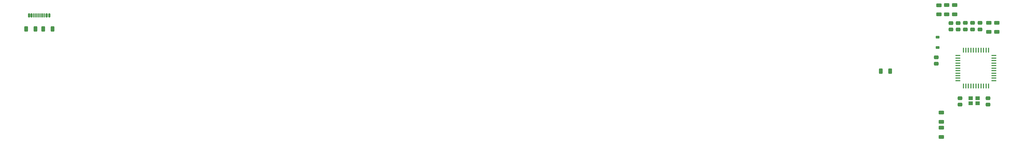
<source format=gbr>
%TF.GenerationSoftware,KiCad,Pcbnew,7.0.7*%
%TF.CreationDate,2023-10-13T15:10:29-04:00*%
%TF.ProjectId,Model A-1.0,4d6f6465-6c20-4412-9d31-2e302e6b6963,1.0*%
%TF.SameCoordinates,Original*%
%TF.FileFunction,Paste,Top*%
%TF.FilePolarity,Positive*%
%FSLAX46Y46*%
G04 Gerber Fmt 4.6, Leading zero omitted, Abs format (unit mm)*
G04 Created by KiCad (PCBNEW 7.0.7) date 2023-10-13 15:10:29*
%MOMM*%
%LPD*%
G01*
G04 APERTURE LIST*
G04 Aperture macros list*
%AMRoundRect*
0 Rectangle with rounded corners*
0 $1 Rounding radius*
0 $2 $3 $4 $5 $6 $7 $8 $9 X,Y pos of 4 corners*
0 Add a 4 corners polygon primitive as box body*
4,1,4,$2,$3,$4,$5,$6,$7,$8,$9,$2,$3,0*
0 Add four circle primitives for the rounded corners*
1,1,$1+$1,$2,$3*
1,1,$1+$1,$4,$5*
1,1,$1+$1,$6,$7*
1,1,$1+$1,$8,$9*
0 Add four rect primitives between the rounded corners*
20,1,$1+$1,$2,$3,$4,$5,0*
20,1,$1+$1,$4,$5,$6,$7,0*
20,1,$1+$1,$6,$7,$8,$9,0*
20,1,$1+$1,$8,$9,$2,$3,0*%
G04 Aperture macros list end*
%ADD10RoundRect,0.250000X-0.475000X0.337500X-0.475000X-0.337500X0.475000X-0.337500X0.475000X0.337500X0*%
%ADD11R,1.400000X1.200000*%
%ADD12RoundRect,0.225000X0.375000X-0.225000X0.375000X0.225000X-0.375000X0.225000X-0.375000X-0.225000X0*%
%ADD13R,1.524000X0.406400*%
%ADD14R,0.406400X1.524000*%
%ADD15RoundRect,0.250000X0.312500X0.625000X-0.312500X0.625000X-0.312500X-0.625000X0.312500X-0.625000X0*%
%ADD16RoundRect,0.250000X0.625000X-0.312500X0.625000X0.312500X-0.625000X0.312500X-0.625000X-0.312500X0*%
%ADD17RoundRect,0.250000X-0.625000X0.312500X-0.625000X-0.312500X0.625000X-0.312500X0.625000X0.312500X0*%
%ADD18RoundRect,0.250000X0.475000X-0.337500X0.475000X0.337500X-0.475000X0.337500X-0.475000X-0.337500X0*%
%ADD19RoundRect,0.150000X0.150000X0.500000X-0.150000X0.500000X-0.150000X-0.500000X0.150000X-0.500000X0*%
%ADD20RoundRect,0.075000X0.075000X0.575000X-0.075000X0.575000X-0.075000X-0.575000X0.075000X-0.575000X0*%
%ADD21RoundRect,0.250000X-0.312500X-0.625000X0.312500X-0.625000X0.312500X0.625000X-0.312500X0.625000X0*%
G04 APERTURE END LIST*
D10*
%TO.C,C8*%
X352130000Y-55540000D03*
X352130000Y-57615000D03*
%TD*%
D11*
%TO.C,CLOCK*%
X363050000Y-70150000D03*
X365250000Y-70150000D03*
X365250000Y-68550000D03*
X363050000Y-68550000D03*
%TD*%
D12*
%TO.C,D81*%
X352570000Y-52435000D03*
X352570000Y-49135000D03*
%TD*%
D13*
%TO.C,U1*%
X359010000Y-54979500D03*
X359010000Y-55779600D03*
X359010000Y-56579700D03*
X359010000Y-57379800D03*
X359010000Y-58179900D03*
X359010000Y-58980000D03*
X359010000Y-59780100D03*
X359010000Y-60580200D03*
X359010000Y-61380300D03*
X359010000Y-62180400D03*
X359010000Y-62980500D03*
D14*
X360724500Y-64695000D03*
X361524600Y-64695000D03*
X362324700Y-64695000D03*
X363124800Y-64695000D03*
X363924900Y-64695000D03*
X364725000Y-64695000D03*
X365525100Y-64695000D03*
X366325200Y-64695000D03*
X367125300Y-64695000D03*
X367925400Y-64695000D03*
X368725500Y-64695000D03*
D13*
X370440000Y-62980500D03*
X370440000Y-62180400D03*
X370440000Y-61380300D03*
X370440000Y-60580200D03*
X370440000Y-59780100D03*
X370440000Y-58980000D03*
X370440000Y-58179900D03*
X370440000Y-57379800D03*
X370440000Y-56579700D03*
X370440000Y-55779600D03*
X370440000Y-54979500D03*
D14*
X368725500Y-53265000D03*
X367925400Y-53265000D03*
X367125300Y-53265000D03*
X366325200Y-53265000D03*
X365525100Y-53265000D03*
X364725000Y-53265000D03*
X363924900Y-53265000D03*
X363124800Y-53265000D03*
X362324700Y-53265000D03*
X361524600Y-53265000D03*
X360724500Y-53265000D03*
%TD*%
D15*
%TO.C,R8*%
X71522500Y-46470000D03*
X68597500Y-46470000D03*
%TD*%
D16*
%TO.C,R9*%
X353695000Y-76112500D03*
X353695000Y-73187500D03*
%TD*%
D17*
%TO.C,R3*%
X355425000Y-38887500D03*
X355425000Y-41812500D03*
%TD*%
D16*
%TO.C,R1*%
X357965000Y-41800000D03*
X357965000Y-38875000D03*
%TD*%
D18*
%TO.C,C5*%
X359060000Y-46652500D03*
X359060000Y-44577500D03*
%TD*%
%TO.C,C4*%
X361325000Y-46640000D03*
X361325000Y-44565000D03*
%TD*%
%TO.C,C2*%
X363635000Y-46630000D03*
X363635000Y-44555000D03*
%TD*%
D17*
%TO.C,R2*%
X353010000Y-38907500D03*
X353010000Y-41832500D03*
%TD*%
D19*
%TO.C,USB1*%
X70485000Y-42140000D03*
X69685000Y-42140000D03*
D20*
X68535000Y-42140000D03*
X67535000Y-42140000D03*
X67035000Y-42140000D03*
X66035000Y-42140000D03*
D19*
X64885000Y-42140000D03*
X64085000Y-42140000D03*
X64085000Y-42140000D03*
X64885000Y-42140000D03*
D20*
X65535000Y-42140000D03*
X66535000Y-42140000D03*
X68035000Y-42140000D03*
X69035000Y-42140000D03*
D19*
X69685000Y-42140000D03*
X70485000Y-42140000D03*
%TD*%
D10*
%TO.C,C7*%
X368520000Y-68562500D03*
X368520000Y-70637500D03*
%TD*%
D15*
%TO.C,R7*%
X66092500Y-46470000D03*
X63167500Y-46470000D03*
%TD*%
D18*
%TO.C,C1*%
X366030000Y-46630000D03*
X366030000Y-44555000D03*
%TD*%
D16*
%TO.C,R10*%
X353695000Y-80907500D03*
X353695000Y-77982500D03*
%TD*%
D10*
%TO.C,C3*%
X359700000Y-68567500D03*
X359700000Y-70642500D03*
%TD*%
D21*
%TO.C,R6*%
X334545000Y-59935000D03*
X337470000Y-59935000D03*
%TD*%
D16*
%TO.C,R4*%
X368775000Y-47417500D03*
X368775000Y-44492500D03*
%TD*%
%TO.C,R5*%
X371365000Y-47427500D03*
X371365000Y-44502500D03*
%TD*%
D18*
%TO.C,C6*%
X356760000Y-46670000D03*
X356760000Y-44595000D03*
%TD*%
M02*

</source>
